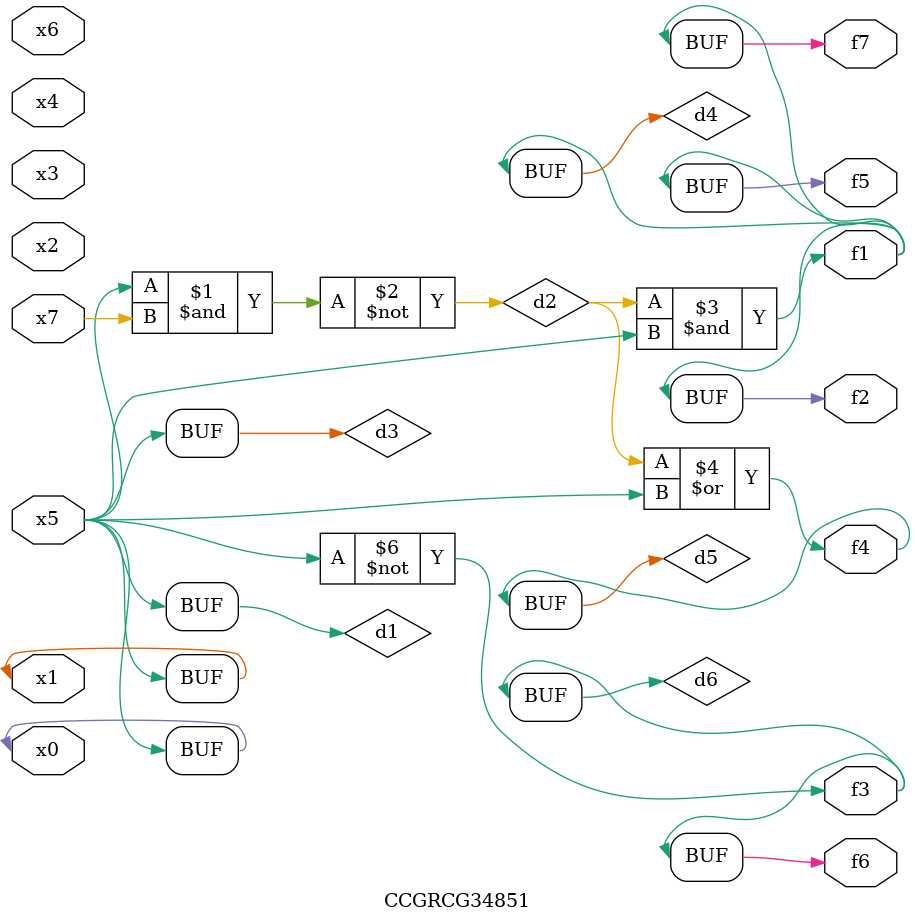
<source format=v>
module CCGRCG34851(
	input x0, x1, x2, x3, x4, x5, x6, x7,
	output f1, f2, f3, f4, f5, f6, f7
);

	wire d1, d2, d3, d4, d5, d6;

	buf (d1, x0, x5);
	nand (d2, x5, x7);
	buf (d3, x0, x1);
	and (d4, d2, d3);
	or (d5, d2, d3);
	nor (d6, d1, d3);
	assign f1 = d4;
	assign f2 = d4;
	assign f3 = d6;
	assign f4 = d5;
	assign f5 = d4;
	assign f6 = d6;
	assign f7 = d4;
endmodule

</source>
